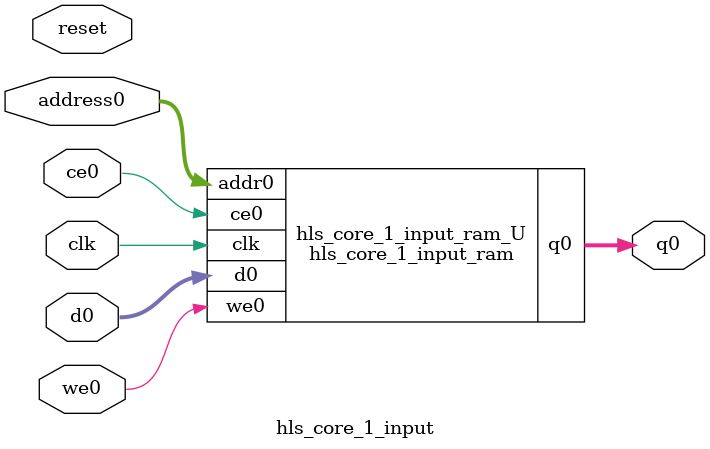
<source format=v>
`timescale 1 ns / 1 ps
module hls_core_1_input_ram (addr0, ce0, d0, we0, q0,  clk);

parameter DWIDTH = 32;
parameter AWIDTH = 15;
parameter MEM_SIZE = 30000;

input[AWIDTH-1:0] addr0;
input ce0;
input[DWIDTH-1:0] d0;
input we0;
output reg[DWIDTH-1:0] q0;
input clk;

(* ram_style = "block" *)reg [DWIDTH-1:0] ram[0:MEM_SIZE-1];




always @(posedge clk)  
begin 
    if (ce0) 
    begin
        if (we0) 
        begin 
            ram[addr0] <= d0; 
        end 
        q0 <= ram[addr0];
    end
end


endmodule

`timescale 1 ns / 1 ps
module hls_core_1_input(
    reset,
    clk,
    address0,
    ce0,
    we0,
    d0,
    q0);

parameter DataWidth = 32'd32;
parameter AddressRange = 32'd30000;
parameter AddressWidth = 32'd15;
input reset;
input clk;
input[AddressWidth - 1:0] address0;
input ce0;
input we0;
input[DataWidth - 1:0] d0;
output[DataWidth - 1:0] q0;



hls_core_1_input_ram hls_core_1_input_ram_U(
    .clk( clk ),
    .addr0( address0 ),
    .ce0( ce0 ),
    .we0( we0 ),
    .d0( d0 ),
    .q0( q0 ));

endmodule


</source>
